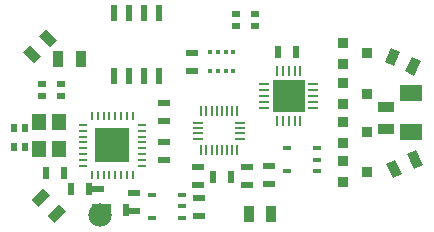
<source format=gtp>
G04 (created by PCBNEW (2013-jul-07)-stable) date Mon 22 Jun 2015 08:36:18 PM EDT*
%MOIN*%
G04 Gerber Fmt 3.4, Leading zero omitted, Abs format*
%FSLAX34Y34*%
G01*
G70*
G90*
G04 APERTURE LIST*
%ADD10C,0.00590551*%
%ADD11R,0.106268X0.106268*%
%ADD12R,0.0334331X0.00784252*%
%ADD13R,0.00784252X0.0334331*%
%ADD14R,0.045X0.053*%
%ADD15R,0.034X0.034*%
%ADD16R,0.028X0.018*%
%ADD17R,0.0216X0.0531*%
%ADD18R,0.078X0.058*%
%ADD19R,0.023X0.043*%
%ADD20R,0.043X0.023*%
%ADD21R,0.028X0.008*%
%ADD22R,0.008X0.028*%
%ADD23R,0.1161X0.1161*%
%ADD24R,0.021622X0.0255591*%
%ADD25R,0.0255591X0.021622*%
%ADD26R,0.00705512X0.0334331*%
%ADD27R,0.0334331X0.00705512*%
%ADD28R,0.033X0.053*%
%ADD29R,0.053X0.033*%
%ADD30R,0.0117795X0.017685*%
%ADD31C,0.078*%
G04 APERTURE END LIST*
G54D10*
G54D11*
X27458Y-22999D03*
G54D12*
X28284Y-23392D03*
X28284Y-23195D03*
X28284Y-22999D03*
X28284Y-22802D03*
X28284Y-22605D03*
G54D13*
X27851Y-22172D03*
X27654Y-22172D03*
X27458Y-22172D03*
X27261Y-22172D03*
X27064Y-22172D03*
G54D12*
X26631Y-22605D03*
X26631Y-22802D03*
X26631Y-22999D03*
X26631Y-23195D03*
X26631Y-23392D03*
G54D13*
X27064Y-23825D03*
X27261Y-23825D03*
X27458Y-23825D03*
X27654Y-23825D03*
X27851Y-23825D03*
G54D14*
X19809Y-23864D03*
X19139Y-23864D03*
X19139Y-24764D03*
X19809Y-24764D03*
G54D15*
X29280Y-23270D03*
X29280Y-22570D03*
X30080Y-22920D03*
X29284Y-21918D03*
X29284Y-21218D03*
X30084Y-21568D03*
X29270Y-24550D03*
X29270Y-23850D03*
X30070Y-24200D03*
X29270Y-25870D03*
X29270Y-25170D03*
X30070Y-25520D03*
G54D16*
X28399Y-25491D03*
X28399Y-24741D03*
X27399Y-25491D03*
X28399Y-25116D03*
X27399Y-24741D03*
X23888Y-27051D03*
X23888Y-26301D03*
X22888Y-27051D03*
X23888Y-26676D03*
X22888Y-26301D03*
G54D17*
X23140Y-22327D03*
X23140Y-20227D03*
X22640Y-22327D03*
X22140Y-22327D03*
X21640Y-22327D03*
X22640Y-20227D03*
X22140Y-20227D03*
X21640Y-20227D03*
G54D18*
X31520Y-24200D03*
X31520Y-22900D03*
G54D19*
X21422Y-26807D03*
X22022Y-26807D03*
X24929Y-25681D03*
X25529Y-25681D03*
G54D20*
X24231Y-22176D03*
X24231Y-21576D03*
X24444Y-25964D03*
X24444Y-25364D03*
X26802Y-25338D03*
X26802Y-25938D03*
G54D19*
X27719Y-21528D03*
X27119Y-21528D03*
G54D20*
X26079Y-25366D03*
X26079Y-25966D03*
G54D19*
X20788Y-26098D03*
X20188Y-26098D03*
G54D20*
X23307Y-25118D03*
X23307Y-24518D03*
X24462Y-27003D03*
X24462Y-26403D03*
X21087Y-26106D03*
X21087Y-26706D03*
G54D21*
X20600Y-25136D03*
X20600Y-24939D03*
X20600Y-24742D03*
X20600Y-25333D03*
G54D22*
X20895Y-25628D03*
X21092Y-25628D03*
X21289Y-25628D03*
X21486Y-25628D03*
X21682Y-25628D03*
X21879Y-25628D03*
X22076Y-25628D03*
X22273Y-25628D03*
G54D21*
X22568Y-23955D03*
X22568Y-25333D03*
X22568Y-25136D03*
X22568Y-24939D03*
X22568Y-24742D03*
X22568Y-24546D03*
X22568Y-24349D03*
X22568Y-24152D03*
G54D22*
X22273Y-23660D03*
X22076Y-23660D03*
X21879Y-23660D03*
X21682Y-23660D03*
X21486Y-23660D03*
X21289Y-23660D03*
X21092Y-23660D03*
X20895Y-23660D03*
G54D21*
X20600Y-23955D03*
X20600Y-24152D03*
X20600Y-24349D03*
X20600Y-24546D03*
G54D23*
X21584Y-24644D03*
G54D24*
X18289Y-24682D03*
X18289Y-24053D03*
X18682Y-24682D03*
X18682Y-24053D03*
G54D20*
X22305Y-26235D03*
X22305Y-26835D03*
G54D19*
X19383Y-25556D03*
X19983Y-25556D03*
G54D20*
X23297Y-23844D03*
X23297Y-23244D03*
G54D25*
X19879Y-23002D03*
X19249Y-23002D03*
X19879Y-22608D03*
X19249Y-22608D03*
G54D26*
X25735Y-24810D03*
G54D27*
X25843Y-24414D03*
X25843Y-24245D03*
X25843Y-24076D03*
X25843Y-23907D03*
G54D26*
X25735Y-23511D03*
X25566Y-23511D03*
X25396Y-23511D03*
X25227Y-23511D03*
X25058Y-23511D03*
X24889Y-23511D03*
X24719Y-23511D03*
X24550Y-23511D03*
G54D27*
X24443Y-23907D03*
X24443Y-24076D03*
X24443Y-24245D03*
X24443Y-24414D03*
G54D26*
X24550Y-24810D03*
X24719Y-24810D03*
X24889Y-24810D03*
X25058Y-24810D03*
X25227Y-24810D03*
X25396Y-24810D03*
X25566Y-24810D03*
G54D10*
G36*
X18966Y-21890D02*
X18591Y-21515D01*
X18825Y-21282D01*
X19199Y-21656D01*
X18966Y-21890D01*
X18966Y-21890D01*
G37*
G36*
X19496Y-21359D02*
X19122Y-20985D01*
X19355Y-20751D01*
X19730Y-21126D01*
X19496Y-21359D01*
X19496Y-21359D01*
G37*
G36*
X31861Y-21838D02*
X31637Y-22318D01*
X31338Y-22178D01*
X31562Y-21698D01*
X31861Y-21838D01*
X31861Y-21838D01*
G37*
G36*
X31181Y-21521D02*
X30957Y-22001D01*
X30658Y-21861D01*
X30882Y-21381D01*
X31181Y-21521D01*
X31181Y-21521D01*
G37*
G36*
X31697Y-24801D02*
X31921Y-25281D01*
X31622Y-25421D01*
X31398Y-24941D01*
X31697Y-24801D01*
X31697Y-24801D01*
G37*
G36*
X31017Y-25118D02*
X31241Y-25598D01*
X30942Y-25738D01*
X30718Y-25258D01*
X31017Y-25118D01*
X31017Y-25118D01*
G37*
G36*
X18903Y-26454D02*
X19278Y-26079D01*
X19511Y-26313D01*
X19137Y-26687D01*
X18903Y-26454D01*
X18903Y-26454D01*
G37*
G36*
X19434Y-26984D02*
X19808Y-26610D01*
X20042Y-26843D01*
X19667Y-27218D01*
X19434Y-26984D01*
X19434Y-26984D01*
G37*
G54D28*
X19776Y-21771D03*
X20526Y-21771D03*
G54D25*
X26339Y-20656D03*
X25710Y-20656D03*
X26339Y-20263D03*
X25710Y-20263D03*
G54D28*
X26883Y-26940D03*
X26133Y-26940D03*
G54D29*
X30702Y-24105D03*
X30702Y-23355D03*
G54D30*
X24852Y-21519D03*
X25108Y-21519D03*
X25363Y-21519D03*
X25619Y-21519D03*
X25619Y-22148D03*
X25363Y-22148D03*
X25108Y-22148D03*
X24852Y-22148D03*
G54D31*
X21159Y-26955D03*
M02*

</source>
